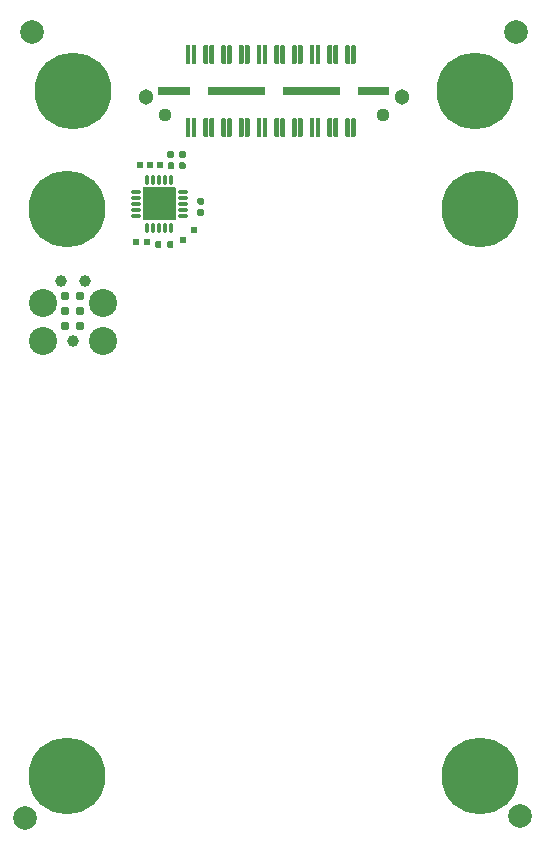
<source format=gbr>
%TF.GenerationSoftware,KiCad,Pcbnew,(5.1.9)-1*%
%TF.CreationDate,2021-04-06T13:05:03-07:00*%
%TF.ProjectId,SZG-TEMPLATE-TXR,535a472d-5445-44d5-904c-4154452d5458,A*%
%TF.SameCoordinates,Original*%
%TF.FileFunction,Soldermask,Bot*%
%TF.FilePolarity,Negative*%
%FSLAX46Y46*%
G04 Gerber Fmt 4.6, Leading zero omitted, Abs format (unit mm)*
G04 Created by KiCad (PCBNEW (5.1.9)-1) date 2021-04-06 13:05:03*
%MOMM*%
%LPD*%
G01*
G04 APERTURE LIST*
%ADD10C,0.787400*%
%ADD11C,2.374900*%
%ADD12C,0.990600*%
%ADD13C,1.121600*%
%ADD14C,1.301600*%
%ADD15C,3.600000*%
%ADD16C,6.500000*%
%ADD17O,0.901600X0.351600*%
%ADD18O,0.351600X0.901600*%
%ADD19C,0.609600*%
%ADD20C,2.000000*%
G04 APERTURE END LIST*
D10*
%TO.C,J2*%
X126035000Y-83130000D03*
X126035000Y-85670000D03*
X124765000Y-83130000D03*
X126035000Y-84400000D03*
X124765000Y-84400000D03*
X124765000Y-85670000D03*
D11*
X127940000Y-86940000D03*
X122860000Y-86940000D03*
X122860000Y-83765000D03*
X127940000Y-83765000D03*
D12*
X124384000Y-81860000D03*
X126416000Y-81860000D03*
X125400000Y-86940000D03*
%TD*%
D13*
%TO.C,J1*%
X151640320Y-67840000D03*
X133160320Y-67840000D03*
D14*
X131555320Y-66310000D03*
G36*
G01*
X136851130Y-68175000D02*
X136851130Y-69625000D01*
G75*
G02*
X136800330Y-69675800I-50800J0D01*
G01*
X136500330Y-69675800D01*
G75*
G02*
X136449530Y-69625000I0J50800D01*
G01*
X136449530Y-68175000D01*
G75*
G02*
X136500330Y-68124200I50800J0D01*
G01*
X136800330Y-68124200D01*
G75*
G02*
X136851130Y-68175000I0J-50800D01*
G01*
G37*
X153245320Y-66310000D03*
G36*
G01*
X137351120Y-68175000D02*
X137351120Y-69625000D01*
G75*
G02*
X137300320Y-69675800I-50800J0D01*
G01*
X137000320Y-69675800D01*
G75*
G02*
X136949520Y-69625000I0J50800D01*
G01*
X136949520Y-68175000D01*
G75*
G02*
X137000320Y-68124200I50800J0D01*
G01*
X137300320Y-68124200D01*
G75*
G02*
X137351120Y-68175000I0J-50800D01*
G01*
G37*
G36*
G01*
X135851120Y-68175000D02*
X135851120Y-69625000D01*
G75*
G02*
X135800320Y-69675800I-50800J0D01*
G01*
X135500320Y-69675800D01*
G75*
G02*
X135449520Y-69625000I0J50800D01*
G01*
X135449520Y-68175000D01*
G75*
G02*
X135500320Y-68124200I50800J0D01*
G01*
X135800320Y-68124200D01*
G75*
G02*
X135851120Y-68175000I0J-50800D01*
G01*
G37*
G36*
G01*
X135351120Y-68175000D02*
X135351120Y-69625000D01*
G75*
G02*
X135300320Y-69675800I-50800J0D01*
G01*
X135000320Y-69675800D01*
G75*
G02*
X134949520Y-69625000I0J50800D01*
G01*
X134949520Y-68175000D01*
G75*
G02*
X135000320Y-68124200I50800J0D01*
G01*
X135300320Y-68124200D01*
G75*
G02*
X135351120Y-68175000I0J-50800D01*
G01*
G37*
G36*
G01*
X140351120Y-68175000D02*
X140351120Y-69625000D01*
G75*
G02*
X140300320Y-69675800I-50800J0D01*
G01*
X140000320Y-69675800D01*
G75*
G02*
X139949520Y-69625000I0J50800D01*
G01*
X139949520Y-68175000D01*
G75*
G02*
X140000320Y-68124200I50800J0D01*
G01*
X140300320Y-68124200D01*
G75*
G02*
X140351120Y-68175000I0J-50800D01*
G01*
G37*
G36*
G01*
X145851130Y-61995000D02*
X145851130Y-63445000D01*
G75*
G02*
X145800330Y-63495800I-50800J0D01*
G01*
X145500330Y-63495800D01*
G75*
G02*
X145449530Y-63445000I0J50800D01*
G01*
X145449530Y-61995000D01*
G75*
G02*
X145500330Y-61944200I50800J0D01*
G01*
X145800330Y-61944200D01*
G75*
G02*
X145851130Y-61995000I0J-50800D01*
G01*
G37*
G36*
G01*
X147351120Y-68175000D02*
X147351120Y-69625000D01*
G75*
G02*
X147300320Y-69675800I-50800J0D01*
G01*
X147000320Y-69675800D01*
G75*
G02*
X146949520Y-69625000I0J50800D01*
G01*
X146949520Y-68175000D01*
G75*
G02*
X147000320Y-68124200I50800J0D01*
G01*
X147300320Y-68124200D01*
G75*
G02*
X147351120Y-68175000I0J-50800D01*
G01*
G37*
G36*
G01*
X137351120Y-61995000D02*
X137351120Y-63445000D01*
G75*
G02*
X137300320Y-63495800I-50800J0D01*
G01*
X137000320Y-63495800D01*
G75*
G02*
X136949520Y-63445000I0J50800D01*
G01*
X136949520Y-61995000D01*
G75*
G02*
X137000320Y-61944200I50800J0D01*
G01*
X137300320Y-61944200D01*
G75*
G02*
X137351120Y-61995000I0J-50800D01*
G01*
G37*
G36*
G01*
X142851120Y-68175000D02*
X142851120Y-69625000D01*
G75*
G02*
X142800320Y-69675800I-50800J0D01*
G01*
X142500320Y-69675800D01*
G75*
G02*
X142449520Y-69625000I0J50800D01*
G01*
X142449520Y-68175000D01*
G75*
G02*
X142500320Y-68124200I50800J0D01*
G01*
X142800320Y-68124200D01*
G75*
G02*
X142851120Y-68175000I0J-50800D01*
G01*
G37*
G36*
G01*
X138351120Y-61995000D02*
X138351120Y-63445000D01*
G75*
G02*
X138300320Y-63495800I-50800J0D01*
G01*
X138000320Y-63495800D01*
G75*
G02*
X137949520Y-63445000I0J50800D01*
G01*
X137949520Y-61995000D01*
G75*
G02*
X138000320Y-61944200I50800J0D01*
G01*
X138300320Y-61944200D01*
G75*
G02*
X138351120Y-61995000I0J-50800D01*
G01*
G37*
G36*
G01*
X135281120Y-65490000D02*
X135281120Y-66130000D01*
G75*
G02*
X135230320Y-66180800I-50800J0D01*
G01*
X132690320Y-66180800D01*
G75*
G02*
X132639520Y-66130000I0J50800D01*
G01*
X132639520Y-65490000D01*
G75*
G02*
X132690320Y-65439200I50800J0D01*
G01*
X135230320Y-65439200D01*
G75*
G02*
X135281120Y-65490000I0J-50800D01*
G01*
G37*
G36*
G01*
X147981120Y-65490000D02*
X147981120Y-66130000D01*
G75*
G02*
X147930320Y-66180800I-50800J0D01*
G01*
X143230320Y-66180800D01*
G75*
G02*
X143179520Y-66130000I0J50800D01*
G01*
X143179520Y-65490000D01*
G75*
G02*
X143230320Y-65439200I50800J0D01*
G01*
X147930320Y-65439200D01*
G75*
G02*
X147981120Y-65490000I0J-50800D01*
G01*
G37*
G36*
G01*
X144351120Y-68175000D02*
X144351120Y-69625000D01*
G75*
G02*
X144300320Y-69675800I-50800J0D01*
G01*
X144000320Y-69675800D01*
G75*
G02*
X143949520Y-69625000I0J50800D01*
G01*
X143949520Y-68175000D01*
G75*
G02*
X144000320Y-68124200I50800J0D01*
G01*
X144300320Y-68124200D01*
G75*
G02*
X144351120Y-68175000I0J-50800D01*
G01*
G37*
G36*
G01*
X144351120Y-61995000D02*
X144351120Y-63445000D01*
G75*
G02*
X144300320Y-63495800I-50800J0D01*
G01*
X144000320Y-63495800D01*
G75*
G02*
X143949520Y-63445000I0J50800D01*
G01*
X143949520Y-61995000D01*
G75*
G02*
X144000320Y-61944200I50800J0D01*
G01*
X144300320Y-61944200D01*
G75*
G02*
X144351120Y-61995000I0J-50800D01*
G01*
G37*
G36*
G01*
X139851120Y-68175000D02*
X139851120Y-69625000D01*
G75*
G02*
X139800320Y-69675800I-50800J0D01*
G01*
X139500320Y-69675800D01*
G75*
G02*
X139449520Y-69625000I0J50800D01*
G01*
X139449520Y-68175000D01*
G75*
G02*
X139500320Y-68124200I50800J0D01*
G01*
X139800320Y-68124200D01*
G75*
G02*
X139851120Y-68175000I0J-50800D01*
G01*
G37*
G36*
G01*
X141351120Y-61995000D02*
X141351120Y-63445000D01*
G75*
G02*
X141300320Y-63495800I-50800J0D01*
G01*
X141000320Y-63495800D01*
G75*
G02*
X140949520Y-63445000I0J50800D01*
G01*
X140949520Y-61995000D01*
G75*
G02*
X141000320Y-61944200I50800J0D01*
G01*
X141300320Y-61944200D01*
G75*
G02*
X141351120Y-61995000I0J-50800D01*
G01*
G37*
G36*
G01*
X136851130Y-61995000D02*
X136851130Y-63445000D01*
G75*
G02*
X136800330Y-63495800I-50800J0D01*
G01*
X136500330Y-63495800D01*
G75*
G02*
X136449530Y-63445000I0J50800D01*
G01*
X136449530Y-61995000D01*
G75*
G02*
X136500330Y-61944200I50800J0D01*
G01*
X136800330Y-61944200D01*
G75*
G02*
X136851130Y-61995000I0J-50800D01*
G01*
G37*
G36*
G01*
X143351120Y-68175000D02*
X143351120Y-69625000D01*
G75*
G02*
X143300320Y-69675800I-50800J0D01*
G01*
X143000320Y-69675800D01*
G75*
G02*
X142949520Y-69625000I0J50800D01*
G01*
X142949520Y-68175000D01*
G75*
G02*
X143000320Y-68124200I50800J0D01*
G01*
X143300320Y-68124200D01*
G75*
G02*
X143351120Y-68175000I0J-50800D01*
G01*
G37*
G36*
G01*
X143351120Y-61995000D02*
X143351120Y-63445000D01*
G75*
G02*
X143300320Y-63495800I-50800J0D01*
G01*
X143000320Y-63495800D01*
G75*
G02*
X142949520Y-63445000I0J50800D01*
G01*
X142949520Y-61995000D01*
G75*
G02*
X143000320Y-61944200I50800J0D01*
G01*
X143300320Y-61944200D01*
G75*
G02*
X143351120Y-61995000I0J-50800D01*
G01*
G37*
G36*
G01*
X149351120Y-61995000D02*
X149351120Y-63445000D01*
G75*
G02*
X149300320Y-63495800I-50800J0D01*
G01*
X149000320Y-63495800D01*
G75*
G02*
X148949520Y-63445000I0J50800D01*
G01*
X148949520Y-61995000D01*
G75*
G02*
X149000320Y-61944200I50800J0D01*
G01*
X149300320Y-61944200D01*
G75*
G02*
X149351120Y-61995000I0J-50800D01*
G01*
G37*
G36*
G01*
X149351120Y-68175000D02*
X149351120Y-69625000D01*
G75*
G02*
X149300320Y-69675800I-50800J0D01*
G01*
X149000320Y-69675800D01*
G75*
G02*
X148949520Y-69625000I0J50800D01*
G01*
X148949520Y-68175000D01*
G75*
G02*
X149000320Y-68124200I50800J0D01*
G01*
X149300320Y-68124200D01*
G75*
G02*
X149351120Y-68175000I0J-50800D01*
G01*
G37*
G36*
G01*
X138351120Y-68175000D02*
X138351120Y-69625000D01*
G75*
G02*
X138300320Y-69675800I-50800J0D01*
G01*
X138000320Y-69675800D01*
G75*
G02*
X137949520Y-69625000I0J50800D01*
G01*
X137949520Y-68175000D01*
G75*
G02*
X138000320Y-68124200I50800J0D01*
G01*
X138300320Y-68124200D01*
G75*
G02*
X138351120Y-68175000I0J-50800D01*
G01*
G37*
G36*
G01*
X138851120Y-68175000D02*
X138851120Y-69625000D01*
G75*
G02*
X138800320Y-69675800I-50800J0D01*
G01*
X138500320Y-69675800D01*
G75*
G02*
X138449520Y-69625000I0J50800D01*
G01*
X138449520Y-68175000D01*
G75*
G02*
X138500320Y-68124200I50800J0D01*
G01*
X138800320Y-68124200D01*
G75*
G02*
X138851120Y-68175000I0J-50800D01*
G01*
G37*
G36*
G01*
X146351120Y-61995000D02*
X146351120Y-63445000D01*
G75*
G02*
X146300320Y-63495800I-50800J0D01*
G01*
X146000320Y-63495800D01*
G75*
G02*
X145949520Y-63445000I0J50800D01*
G01*
X145949520Y-61995000D01*
G75*
G02*
X146000320Y-61944200I50800J0D01*
G01*
X146300320Y-61944200D01*
G75*
G02*
X146351120Y-61995000I0J-50800D01*
G01*
G37*
G36*
G01*
X145851130Y-68175000D02*
X145851130Y-69625000D01*
G75*
G02*
X145800330Y-69675800I-50800J0D01*
G01*
X145500330Y-69675800D01*
G75*
G02*
X145449530Y-69625000I0J50800D01*
G01*
X145449530Y-68175000D01*
G75*
G02*
X145500330Y-68124200I50800J0D01*
G01*
X145800330Y-68124200D01*
G75*
G02*
X145851130Y-68175000I0J-50800D01*
G01*
G37*
G36*
G01*
X148851120Y-68175000D02*
X148851120Y-69625000D01*
G75*
G02*
X148800320Y-69675800I-50800J0D01*
G01*
X148500320Y-69675800D01*
G75*
G02*
X148449520Y-69625000I0J50800D01*
G01*
X148449520Y-68175000D01*
G75*
G02*
X148500320Y-68124200I50800J0D01*
G01*
X148800320Y-68124200D01*
G75*
G02*
X148851120Y-68175000I0J-50800D01*
G01*
G37*
G36*
G01*
X141851120Y-61995000D02*
X141851120Y-63445000D01*
G75*
G02*
X141800320Y-63495800I-50800J0D01*
G01*
X141500320Y-63495800D01*
G75*
G02*
X141449520Y-63445000I0J50800D01*
G01*
X141449520Y-61995000D01*
G75*
G02*
X141500320Y-61944200I50800J0D01*
G01*
X141800320Y-61944200D01*
G75*
G02*
X141851120Y-61995000I0J-50800D01*
G01*
G37*
G36*
G01*
X146351120Y-68175000D02*
X146351120Y-69625000D01*
G75*
G02*
X146300320Y-69675800I-50800J0D01*
G01*
X146000320Y-69675800D01*
G75*
G02*
X145949520Y-69625000I0J50800D01*
G01*
X145949520Y-68175000D01*
G75*
G02*
X146000320Y-68124200I50800J0D01*
G01*
X146300320Y-68124200D01*
G75*
G02*
X146351120Y-68175000I0J-50800D01*
G01*
G37*
G36*
G01*
X144851120Y-61995000D02*
X144851120Y-63445000D01*
G75*
G02*
X144800320Y-63495800I-50800J0D01*
G01*
X144500320Y-63495800D01*
G75*
G02*
X144449520Y-63445000I0J50800D01*
G01*
X144449520Y-61995000D01*
G75*
G02*
X144500320Y-61944200I50800J0D01*
G01*
X144800320Y-61944200D01*
G75*
G02*
X144851120Y-61995000I0J-50800D01*
G01*
G37*
G36*
G01*
X142851120Y-61995000D02*
X142851120Y-63445000D01*
G75*
G02*
X142800320Y-63495800I-50800J0D01*
G01*
X142500320Y-63495800D01*
G75*
G02*
X142449520Y-63445000I0J50800D01*
G01*
X142449520Y-61995000D01*
G75*
G02*
X142500320Y-61944200I50800J0D01*
G01*
X142800320Y-61944200D01*
G75*
G02*
X142851120Y-61995000I0J-50800D01*
G01*
G37*
G36*
G01*
X140351120Y-61995000D02*
X140351120Y-63445000D01*
G75*
G02*
X140300320Y-63495800I-50800J0D01*
G01*
X140000320Y-63495800D01*
G75*
G02*
X139949520Y-63445000I0J50800D01*
G01*
X139949520Y-61995000D01*
G75*
G02*
X140000320Y-61944200I50800J0D01*
G01*
X140300320Y-61944200D01*
G75*
G02*
X140351120Y-61995000I0J-50800D01*
G01*
G37*
G36*
G01*
X141351120Y-68175000D02*
X141351120Y-69625000D01*
G75*
G02*
X141300320Y-69675800I-50800J0D01*
G01*
X141000320Y-69675800D01*
G75*
G02*
X140949520Y-69625000I0J50800D01*
G01*
X140949520Y-68175000D01*
G75*
G02*
X141000320Y-68124200I50800J0D01*
G01*
X141300320Y-68124200D01*
G75*
G02*
X141351120Y-68175000I0J-50800D01*
G01*
G37*
G36*
G01*
X139851120Y-61995000D02*
X139851120Y-63445000D01*
G75*
G02*
X139800320Y-63495800I-50800J0D01*
G01*
X139500320Y-63495800D01*
G75*
G02*
X139449520Y-63445000I0J50800D01*
G01*
X139449520Y-61995000D01*
G75*
G02*
X139500320Y-61944200I50800J0D01*
G01*
X139800320Y-61944200D01*
G75*
G02*
X139851120Y-61995000I0J-50800D01*
G01*
G37*
G36*
G01*
X141851120Y-68175000D02*
X141851120Y-69625000D01*
G75*
G02*
X141800320Y-69675800I-50800J0D01*
G01*
X141500320Y-69675800D01*
G75*
G02*
X141449520Y-69625000I0J50800D01*
G01*
X141449520Y-68175000D01*
G75*
G02*
X141500320Y-68124200I50800J0D01*
G01*
X141800320Y-68124200D01*
G75*
G02*
X141851120Y-68175000I0J-50800D01*
G01*
G37*
G36*
G01*
X138851120Y-61995000D02*
X138851120Y-63445000D01*
G75*
G02*
X138800320Y-63495800I-50800J0D01*
G01*
X138500320Y-63495800D01*
G75*
G02*
X138449520Y-63445000I0J50800D01*
G01*
X138449520Y-61995000D01*
G75*
G02*
X138500320Y-61944200I50800J0D01*
G01*
X138800320Y-61944200D01*
G75*
G02*
X138851120Y-61995000I0J-50800D01*
G01*
G37*
G36*
G01*
X135351120Y-61995000D02*
X135351120Y-63445000D01*
G75*
G02*
X135300320Y-63495800I-50800J0D01*
G01*
X135000320Y-63495800D01*
G75*
G02*
X134949520Y-63445000I0J50800D01*
G01*
X134949520Y-61995000D01*
G75*
G02*
X135000320Y-61944200I50800J0D01*
G01*
X135300320Y-61944200D01*
G75*
G02*
X135351120Y-61995000I0J-50800D01*
G01*
G37*
G36*
G01*
X144851120Y-68175000D02*
X144851120Y-69625000D01*
G75*
G02*
X144800320Y-69675800I-50800J0D01*
G01*
X144500320Y-69675800D01*
G75*
G02*
X144449520Y-69625000I0J50800D01*
G01*
X144449520Y-68175000D01*
G75*
G02*
X144500320Y-68124200I50800J0D01*
G01*
X144800320Y-68124200D01*
G75*
G02*
X144851120Y-68175000I0J-50800D01*
G01*
G37*
G36*
G01*
X147351120Y-61995000D02*
X147351120Y-63445000D01*
G75*
G02*
X147300320Y-63495800I-50800J0D01*
G01*
X147000320Y-63495800D01*
G75*
G02*
X146949520Y-63445000I0J50800D01*
G01*
X146949520Y-61995000D01*
G75*
G02*
X147000320Y-61944200I50800J0D01*
G01*
X147300320Y-61944200D01*
G75*
G02*
X147351120Y-61995000I0J-50800D01*
G01*
G37*
G36*
G01*
X135851120Y-61995000D02*
X135851120Y-63445000D01*
G75*
G02*
X135800320Y-63495800I-50800J0D01*
G01*
X135500320Y-63495800D01*
G75*
G02*
X135449520Y-63445000I0J50800D01*
G01*
X135449520Y-61995000D01*
G75*
G02*
X135500320Y-61944200I50800J0D01*
G01*
X135800320Y-61944200D01*
G75*
G02*
X135851120Y-61995000I0J-50800D01*
G01*
G37*
G36*
G01*
X147851120Y-68175000D02*
X147851120Y-69625000D01*
G75*
G02*
X147800320Y-69675800I-50800J0D01*
G01*
X147500320Y-69675800D01*
G75*
G02*
X147449520Y-69625000I0J50800D01*
G01*
X147449520Y-68175000D01*
G75*
G02*
X147500320Y-68124200I50800J0D01*
G01*
X147800320Y-68124200D01*
G75*
G02*
X147851120Y-68175000I0J-50800D01*
G01*
G37*
G36*
G01*
X148851120Y-61995000D02*
X148851120Y-63445000D01*
G75*
G02*
X148800320Y-63495800I-50800J0D01*
G01*
X148500320Y-63495800D01*
G75*
G02*
X148449520Y-63445000I0J50800D01*
G01*
X148449520Y-61995000D01*
G75*
G02*
X148500320Y-61944200I50800J0D01*
G01*
X148800320Y-61944200D01*
G75*
G02*
X148851120Y-61995000I0J-50800D01*
G01*
G37*
G36*
G01*
X147851120Y-61995000D02*
X147851120Y-63445000D01*
G75*
G02*
X147800320Y-63495800I-50800J0D01*
G01*
X147500320Y-63495800D01*
G75*
G02*
X147449520Y-63445000I0J50800D01*
G01*
X147449520Y-61995000D01*
G75*
G02*
X147500320Y-61944200I50800J0D01*
G01*
X147800320Y-61944200D01*
G75*
G02*
X147851120Y-61995000I0J-50800D01*
G01*
G37*
G36*
G01*
X152161120Y-65490000D02*
X152161120Y-66130000D01*
G75*
G02*
X152110320Y-66180800I-50800J0D01*
G01*
X149570320Y-66180800D01*
G75*
G02*
X149519520Y-66130000I0J50800D01*
G01*
X149519520Y-65490000D01*
G75*
G02*
X149570320Y-65439200I50800J0D01*
G01*
X152110320Y-65439200D01*
G75*
G02*
X152161120Y-65490000I0J-50800D01*
G01*
G37*
G36*
G01*
X141631120Y-65490000D02*
X141631120Y-66130000D01*
G75*
G02*
X141580320Y-66180800I-50800J0D01*
G01*
X136880320Y-66180800D01*
G75*
G02*
X136829520Y-66130000I0J50800D01*
G01*
X136829520Y-65490000D01*
G75*
G02*
X136880320Y-65439200I50800J0D01*
G01*
X141580320Y-65439200D01*
G75*
G02*
X141631120Y-65490000I0J-50800D01*
G01*
G37*
%TD*%
D15*
%TO.C,H6*%
X159900000Y-123800000D03*
D16*
X159900000Y-123800000D03*
%TD*%
D15*
%TO.C,H5*%
X124900000Y-123800000D03*
D16*
X124900000Y-123800000D03*
%TD*%
D15*
%TO.C,H4*%
X159900000Y-75800000D03*
D16*
X159900000Y-75800000D03*
%TD*%
D15*
%TO.C,H3*%
X124900000Y-75800000D03*
D16*
X124900000Y-75800000D03*
%TD*%
D15*
%TO.C,H2*%
X159400000Y-65800000D03*
D16*
X159400000Y-65800000D03*
%TD*%
D15*
%TO.C,H1*%
X125400000Y-65800000D03*
D16*
X125400000Y-65800000D03*
%TD*%
%TO.C,U1*%
G36*
G01*
X131351600Y-73960000D02*
X134051600Y-73960000D01*
G75*
G02*
X134102400Y-74010800I0J-50800D01*
G01*
X134102400Y-76710800D01*
G75*
G02*
X134051600Y-76761600I-50800J0D01*
G01*
X131351600Y-76761600D01*
G75*
G02*
X131300800Y-76710800I0J50800D01*
G01*
X131300800Y-74010800D01*
G75*
G02*
X131351600Y-73960000I50800J0D01*
G01*
G37*
D17*
X130701600Y-75360800D03*
X130701600Y-74860800D03*
D18*
X131701600Y-77360800D03*
D17*
X130701600Y-74360800D03*
X130701600Y-76360800D03*
D18*
X133201600Y-77360800D03*
D17*
X134701600Y-75360800D03*
X134701600Y-74360800D03*
D18*
X131701600Y-73360800D03*
D17*
X130701600Y-75860800D03*
D18*
X132201600Y-77360800D03*
X132701600Y-77360800D03*
D17*
X134701600Y-74860800D03*
X134701600Y-75860800D03*
D18*
X132701600Y-73360800D03*
D17*
X134701600Y-76360800D03*
D18*
X133701600Y-77360800D03*
X133701600Y-73360800D03*
X133201600Y-73360800D03*
X132201600Y-73360800D03*
%TD*%
D19*
%TO.C,TP11*%
X130745800Y-78612000D03*
%TD*%
%TO.C,TP10*%
X131050600Y-72033400D03*
%TD*%
%TO.C,TP9*%
X131660200Y-78612000D03*
%TD*%
%TO.C,TP8*%
X131914200Y-72033400D03*
%TD*%
%TO.C,TP7*%
X134733600Y-78459600D03*
%TD*%
%TO.C,TP6*%
X132777800Y-72033400D03*
%TD*%
%TO.C,TP5*%
X135622600Y-77596000D03*
%TD*%
%TO.C,R1*%
G36*
G01*
X133934800Y-70984800D02*
X133934800Y-71354800D01*
G75*
G02*
X133799800Y-71489800I-135000J0D01*
G01*
X133529800Y-71489800D01*
G75*
G02*
X133394800Y-71354800I0J135000D01*
G01*
X133394800Y-70984800D01*
G75*
G02*
X133529800Y-70849800I135000J0D01*
G01*
X133799800Y-70849800D01*
G75*
G02*
X133934800Y-70984800I0J-135000D01*
G01*
G37*
G36*
G01*
X134954800Y-70984800D02*
X134954800Y-71354800D01*
G75*
G02*
X134819800Y-71489800I-135000J0D01*
G01*
X134549800Y-71489800D01*
G75*
G02*
X134414800Y-71354800I0J135000D01*
G01*
X134414800Y-70984800D01*
G75*
G02*
X134549800Y-70849800I135000J0D01*
G01*
X134819800Y-70849800D01*
G75*
G02*
X134954800Y-70984800I0J-135000D01*
G01*
G37*
%TD*%
%TO.C,R2*%
G36*
G01*
X132893400Y-78604800D02*
X132893400Y-78974800D01*
G75*
G02*
X132758400Y-79109800I-135000J0D01*
G01*
X132488400Y-79109800D01*
G75*
G02*
X132353400Y-78974800I0J135000D01*
G01*
X132353400Y-78604800D01*
G75*
G02*
X132488400Y-78469800I135000J0D01*
G01*
X132758400Y-78469800D01*
G75*
G02*
X132893400Y-78604800I0J-135000D01*
G01*
G37*
G36*
G01*
X133913400Y-78604800D02*
X133913400Y-78974800D01*
G75*
G02*
X133778400Y-79109800I-135000J0D01*
G01*
X133508400Y-79109800D01*
G75*
G02*
X133373400Y-78974800I0J135000D01*
G01*
X133373400Y-78604800D01*
G75*
G02*
X133508400Y-78469800I135000J0D01*
G01*
X133778400Y-78469800D01*
G75*
G02*
X133913400Y-78604800I0J-135000D01*
G01*
G37*
%TD*%
%TO.C,C2*%
G36*
G01*
X134374800Y-72305000D02*
X134374800Y-71965000D01*
G75*
G02*
X134514800Y-71825000I140000J0D01*
G01*
X134794800Y-71825000D01*
G75*
G02*
X134934800Y-71965000I0J-140000D01*
G01*
X134934800Y-72305000D01*
G75*
G02*
X134794800Y-72445000I-140000J0D01*
G01*
X134514800Y-72445000D01*
G75*
G02*
X134374800Y-72305000I0J140000D01*
G01*
G37*
G36*
G01*
X133414800Y-72305000D02*
X133414800Y-71965000D01*
G75*
G02*
X133554800Y-71825000I140000J0D01*
G01*
X133834800Y-71825000D01*
G75*
G02*
X133974800Y-71965000I0J-140000D01*
G01*
X133974800Y-72305000D01*
G75*
G02*
X133834800Y-72445000I-140000J0D01*
G01*
X133554800Y-72445000D01*
G75*
G02*
X133414800Y-72305000I0J140000D01*
G01*
G37*
%TD*%
%TO.C,C1*%
G36*
G01*
X136376800Y-75414800D02*
X136036800Y-75414800D01*
G75*
G02*
X135896800Y-75274800I0J140000D01*
G01*
X135896800Y-74994800D01*
G75*
G02*
X136036800Y-74854800I140000J0D01*
G01*
X136376800Y-74854800D01*
G75*
G02*
X136516800Y-74994800I0J-140000D01*
G01*
X136516800Y-75274800D01*
G75*
G02*
X136376800Y-75414800I-140000J0D01*
G01*
G37*
G36*
G01*
X136376800Y-76374800D02*
X136036800Y-76374800D01*
G75*
G02*
X135896800Y-76234800I0J140000D01*
G01*
X135896800Y-75954800D01*
G75*
G02*
X136036800Y-75814800I140000J0D01*
G01*
X136376800Y-75814800D01*
G75*
G02*
X136516800Y-75954800I0J-140000D01*
G01*
X136516800Y-76234800D01*
G75*
G02*
X136376800Y-76374800I-140000J0D01*
G01*
G37*
%TD*%
D20*
%TO.C,FID1*%
X163212400Y-127165200D03*
%TD*%
%TO.C,FID2*%
X121322400Y-127350800D03*
%TD*%
%TO.C,FID3*%
X162900000Y-60800000D03*
%TD*%
%TO.C,FID4*%
X121900000Y-60800000D03*
%TD*%
M02*

</source>
